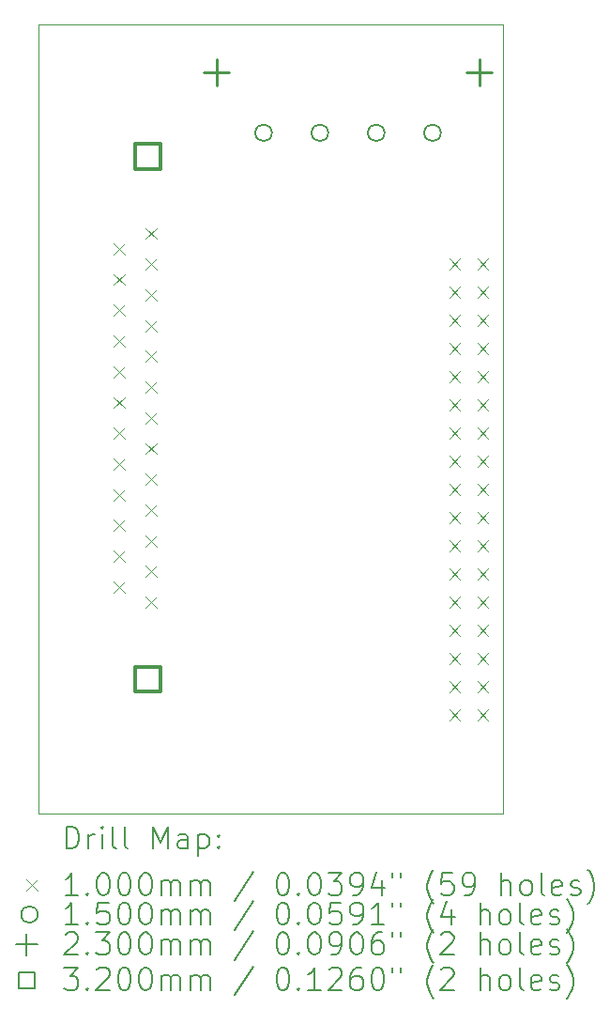
<source format=gbr>
%TF.GenerationSoftware,KiCad,Pcbnew,6.0.7-f9a2dced07~116~ubuntu20.04.1*%
%TF.CreationDate,2023-05-24T09:43:38-07:00*%
%TF.ProjectId,gw-adapters,67772d61-6461-4707-9465-72732e6b6963,rev?*%
%TF.SameCoordinates,Original*%
%TF.FileFunction,Drillmap*%
%TF.FilePolarity,Positive*%
%FSLAX45Y45*%
G04 Gerber Fmt 4.5, Leading zero omitted, Abs format (unit mm)*
G04 Created by KiCad (PCBNEW 6.0.7-f9a2dced07~116~ubuntu20.04.1) date 2023-05-24 09:43:38*
%MOMM*%
%LPD*%
G01*
G04 APERTURE LIST*
%ADD10C,0.100000*%
%ADD11C,0.200000*%
%ADD12C,0.150000*%
%ADD13C,0.230000*%
%ADD14C,0.320000*%
G04 APERTURE END LIST*
D10*
X16383000Y-5588000D02*
X12192000Y-5588000D01*
X12192000Y-5588000D02*
X12192000Y-12700000D01*
X12192000Y-12700000D02*
X16383000Y-12700000D01*
X16383000Y-12700000D02*
X16383000Y-5588000D01*
D11*
D10*
X12874000Y-7559500D02*
X12974000Y-7659500D01*
X12974000Y-7559500D02*
X12874000Y-7659500D01*
X12874000Y-7836500D02*
X12974000Y-7936500D01*
X12974000Y-7836500D02*
X12874000Y-7936500D01*
X12874000Y-8113500D02*
X12974000Y-8213500D01*
X12974000Y-8113500D02*
X12874000Y-8213500D01*
X12874000Y-8390500D02*
X12974000Y-8490500D01*
X12974000Y-8390500D02*
X12874000Y-8490500D01*
X12874000Y-8667500D02*
X12974000Y-8767500D01*
X12974000Y-8667500D02*
X12874000Y-8767500D01*
X12874000Y-8944500D02*
X12974000Y-9044500D01*
X12974000Y-8944500D02*
X12874000Y-9044500D01*
X12874000Y-9221500D02*
X12974000Y-9321500D01*
X12974000Y-9221500D02*
X12874000Y-9321500D01*
X12874000Y-9498500D02*
X12974000Y-9598500D01*
X12974000Y-9498500D02*
X12874000Y-9598500D01*
X12874000Y-9775500D02*
X12974000Y-9875500D01*
X12974000Y-9775500D02*
X12874000Y-9875500D01*
X12874000Y-10052500D02*
X12974000Y-10152500D01*
X12974000Y-10052500D02*
X12874000Y-10152500D01*
X12874000Y-10329500D02*
X12974000Y-10429500D01*
X12974000Y-10329500D02*
X12874000Y-10429500D01*
X12874000Y-10606500D02*
X12974000Y-10706500D01*
X12974000Y-10606500D02*
X12874000Y-10706500D01*
X13158000Y-7421000D02*
X13258000Y-7521000D01*
X13258000Y-7421000D02*
X13158000Y-7521000D01*
X13158000Y-7698000D02*
X13258000Y-7798000D01*
X13258000Y-7698000D02*
X13158000Y-7798000D01*
X13158000Y-7975000D02*
X13258000Y-8075000D01*
X13258000Y-7975000D02*
X13158000Y-8075000D01*
X13158000Y-8252000D02*
X13258000Y-8352000D01*
X13258000Y-8252000D02*
X13158000Y-8352000D01*
X13158000Y-8529000D02*
X13258000Y-8629000D01*
X13258000Y-8529000D02*
X13158000Y-8629000D01*
X13158000Y-8806000D02*
X13258000Y-8906000D01*
X13258000Y-8806000D02*
X13158000Y-8906000D01*
X13158000Y-9083000D02*
X13258000Y-9183000D01*
X13258000Y-9083000D02*
X13158000Y-9183000D01*
X13158000Y-9360000D02*
X13258000Y-9460000D01*
X13258000Y-9360000D02*
X13158000Y-9460000D01*
X13158000Y-9637000D02*
X13258000Y-9737000D01*
X13258000Y-9637000D02*
X13158000Y-9737000D01*
X13158000Y-9914000D02*
X13258000Y-10014000D01*
X13258000Y-9914000D02*
X13158000Y-10014000D01*
X13158000Y-10191000D02*
X13258000Y-10291000D01*
X13258000Y-10191000D02*
X13158000Y-10291000D01*
X13158000Y-10468000D02*
X13258000Y-10568000D01*
X13258000Y-10468000D02*
X13158000Y-10568000D01*
X13158000Y-10745000D02*
X13258000Y-10845000D01*
X13258000Y-10745000D02*
X13158000Y-10845000D01*
X15897500Y-7697000D02*
X15997500Y-7797000D01*
X15997500Y-7697000D02*
X15897500Y-7797000D01*
X15897500Y-7951000D02*
X15997500Y-8051000D01*
X15997500Y-7951000D02*
X15897500Y-8051000D01*
X15897500Y-8205000D02*
X15997500Y-8305000D01*
X15997500Y-8205000D02*
X15897500Y-8305000D01*
X15897500Y-8459000D02*
X15997500Y-8559000D01*
X15997500Y-8459000D02*
X15897500Y-8559000D01*
X15897500Y-8713000D02*
X15997500Y-8813000D01*
X15997500Y-8713000D02*
X15897500Y-8813000D01*
X15897500Y-8967000D02*
X15997500Y-9067000D01*
X15997500Y-8967000D02*
X15897500Y-9067000D01*
X15897500Y-9221000D02*
X15997500Y-9321000D01*
X15997500Y-9221000D02*
X15897500Y-9321000D01*
X15897500Y-9475000D02*
X15997500Y-9575000D01*
X15997500Y-9475000D02*
X15897500Y-9575000D01*
X15897500Y-9729000D02*
X15997500Y-9829000D01*
X15997500Y-9729000D02*
X15897500Y-9829000D01*
X15897500Y-9983000D02*
X15997500Y-10083000D01*
X15997500Y-9983000D02*
X15897500Y-10083000D01*
X15897500Y-10237000D02*
X15997500Y-10337000D01*
X15997500Y-10237000D02*
X15897500Y-10337000D01*
X15897500Y-10491000D02*
X15997500Y-10591000D01*
X15997500Y-10491000D02*
X15897500Y-10591000D01*
X15897500Y-10745000D02*
X15997500Y-10845000D01*
X15997500Y-10745000D02*
X15897500Y-10845000D01*
X15897500Y-10999000D02*
X15997500Y-11099000D01*
X15997500Y-10999000D02*
X15897500Y-11099000D01*
X15897500Y-11253000D02*
X15997500Y-11353000D01*
X15997500Y-11253000D02*
X15897500Y-11353000D01*
X15897500Y-11507000D02*
X15997500Y-11607000D01*
X15997500Y-11507000D02*
X15897500Y-11607000D01*
X15897500Y-11761000D02*
X15997500Y-11861000D01*
X15997500Y-11761000D02*
X15897500Y-11861000D01*
X16151500Y-7697000D02*
X16251500Y-7797000D01*
X16251500Y-7697000D02*
X16151500Y-7797000D01*
X16151500Y-7951000D02*
X16251500Y-8051000D01*
X16251500Y-7951000D02*
X16151500Y-8051000D01*
X16151500Y-8205000D02*
X16251500Y-8305000D01*
X16251500Y-8205000D02*
X16151500Y-8305000D01*
X16151500Y-8459000D02*
X16251500Y-8559000D01*
X16251500Y-8459000D02*
X16151500Y-8559000D01*
X16151500Y-8713000D02*
X16251500Y-8813000D01*
X16251500Y-8713000D02*
X16151500Y-8813000D01*
X16151500Y-8967000D02*
X16251500Y-9067000D01*
X16251500Y-8967000D02*
X16151500Y-9067000D01*
X16151500Y-9221000D02*
X16251500Y-9321000D01*
X16251500Y-9221000D02*
X16151500Y-9321000D01*
X16151500Y-9475000D02*
X16251500Y-9575000D01*
X16251500Y-9475000D02*
X16151500Y-9575000D01*
X16151500Y-9729000D02*
X16251500Y-9829000D01*
X16251500Y-9729000D02*
X16151500Y-9829000D01*
X16151500Y-9983000D02*
X16251500Y-10083000D01*
X16251500Y-9983000D02*
X16151500Y-10083000D01*
X16151500Y-10237000D02*
X16251500Y-10337000D01*
X16251500Y-10237000D02*
X16151500Y-10337000D01*
X16151500Y-10491000D02*
X16251500Y-10591000D01*
X16251500Y-10491000D02*
X16151500Y-10591000D01*
X16151500Y-10745000D02*
X16251500Y-10845000D01*
X16251500Y-10745000D02*
X16151500Y-10845000D01*
X16151500Y-10999000D02*
X16251500Y-11099000D01*
X16251500Y-10999000D02*
X16151500Y-11099000D01*
X16151500Y-11253000D02*
X16251500Y-11353000D01*
X16251500Y-11253000D02*
X16151500Y-11353000D01*
X16151500Y-11507000D02*
X16251500Y-11607000D01*
X16251500Y-11507000D02*
X16151500Y-11607000D01*
X16151500Y-11761000D02*
X16251500Y-11861000D01*
X16251500Y-11761000D02*
X16151500Y-11861000D01*
D12*
X14299000Y-6563500D02*
G75*
G03*
X14299000Y-6563500I-75000J0D01*
G01*
X14807000Y-6563500D02*
G75*
G03*
X14807000Y-6563500I-75000J0D01*
G01*
X15315000Y-6563500D02*
G75*
G03*
X15315000Y-6563500I-75000J0D01*
G01*
X15823000Y-6563500D02*
G75*
G03*
X15823000Y-6563500I-75000J0D01*
G01*
D13*
X13801000Y-5903500D02*
X13801000Y-6133500D01*
X13686000Y-6018500D02*
X13916000Y-6018500D01*
X16171000Y-5903500D02*
X16171000Y-6133500D01*
X16056000Y-6018500D02*
X16286000Y-6018500D01*
D14*
X13291138Y-6891138D02*
X13291138Y-6664862D01*
X13064862Y-6664862D01*
X13064862Y-6891138D01*
X13291138Y-6891138D01*
X13291138Y-11601138D02*
X13291138Y-11374862D01*
X13064862Y-11374862D01*
X13064862Y-11601138D01*
X13291138Y-11601138D01*
D11*
X12444619Y-13015476D02*
X12444619Y-12815476D01*
X12492238Y-12815476D01*
X12520809Y-12825000D01*
X12539857Y-12844048D01*
X12549381Y-12863095D01*
X12558905Y-12901190D01*
X12558905Y-12929762D01*
X12549381Y-12967857D01*
X12539857Y-12986905D01*
X12520809Y-13005952D01*
X12492238Y-13015476D01*
X12444619Y-13015476D01*
X12644619Y-13015476D02*
X12644619Y-12882143D01*
X12644619Y-12920238D02*
X12654143Y-12901190D01*
X12663667Y-12891667D01*
X12682714Y-12882143D01*
X12701762Y-12882143D01*
X12768428Y-13015476D02*
X12768428Y-12882143D01*
X12768428Y-12815476D02*
X12758905Y-12825000D01*
X12768428Y-12834524D01*
X12777952Y-12825000D01*
X12768428Y-12815476D01*
X12768428Y-12834524D01*
X12892238Y-13015476D02*
X12873190Y-13005952D01*
X12863667Y-12986905D01*
X12863667Y-12815476D01*
X12997000Y-13015476D02*
X12977952Y-13005952D01*
X12968428Y-12986905D01*
X12968428Y-12815476D01*
X13225571Y-13015476D02*
X13225571Y-12815476D01*
X13292238Y-12958333D01*
X13358905Y-12815476D01*
X13358905Y-13015476D01*
X13539857Y-13015476D02*
X13539857Y-12910714D01*
X13530333Y-12891667D01*
X13511286Y-12882143D01*
X13473190Y-12882143D01*
X13454143Y-12891667D01*
X13539857Y-13005952D02*
X13520809Y-13015476D01*
X13473190Y-13015476D01*
X13454143Y-13005952D01*
X13444619Y-12986905D01*
X13444619Y-12967857D01*
X13454143Y-12948809D01*
X13473190Y-12939286D01*
X13520809Y-12939286D01*
X13539857Y-12929762D01*
X13635095Y-12882143D02*
X13635095Y-13082143D01*
X13635095Y-12891667D02*
X13654143Y-12882143D01*
X13692238Y-12882143D01*
X13711286Y-12891667D01*
X13720809Y-12901190D01*
X13730333Y-12920238D01*
X13730333Y-12977381D01*
X13720809Y-12996428D01*
X13711286Y-13005952D01*
X13692238Y-13015476D01*
X13654143Y-13015476D01*
X13635095Y-13005952D01*
X13816048Y-12996428D02*
X13825571Y-13005952D01*
X13816048Y-13015476D01*
X13806524Y-13005952D01*
X13816048Y-12996428D01*
X13816048Y-13015476D01*
X13816048Y-12891667D02*
X13825571Y-12901190D01*
X13816048Y-12910714D01*
X13806524Y-12901190D01*
X13816048Y-12891667D01*
X13816048Y-12910714D01*
D10*
X12087000Y-13295000D02*
X12187000Y-13395000D01*
X12187000Y-13295000D02*
X12087000Y-13395000D01*
D11*
X12549381Y-13435476D02*
X12435095Y-13435476D01*
X12492238Y-13435476D02*
X12492238Y-13235476D01*
X12473190Y-13264048D01*
X12454143Y-13283095D01*
X12435095Y-13292619D01*
X12635095Y-13416428D02*
X12644619Y-13425952D01*
X12635095Y-13435476D01*
X12625571Y-13425952D01*
X12635095Y-13416428D01*
X12635095Y-13435476D01*
X12768428Y-13235476D02*
X12787476Y-13235476D01*
X12806524Y-13245000D01*
X12816048Y-13254524D01*
X12825571Y-13273571D01*
X12835095Y-13311667D01*
X12835095Y-13359286D01*
X12825571Y-13397381D01*
X12816048Y-13416428D01*
X12806524Y-13425952D01*
X12787476Y-13435476D01*
X12768428Y-13435476D01*
X12749381Y-13425952D01*
X12739857Y-13416428D01*
X12730333Y-13397381D01*
X12720809Y-13359286D01*
X12720809Y-13311667D01*
X12730333Y-13273571D01*
X12739857Y-13254524D01*
X12749381Y-13245000D01*
X12768428Y-13235476D01*
X12958905Y-13235476D02*
X12977952Y-13235476D01*
X12997000Y-13245000D01*
X13006524Y-13254524D01*
X13016048Y-13273571D01*
X13025571Y-13311667D01*
X13025571Y-13359286D01*
X13016048Y-13397381D01*
X13006524Y-13416428D01*
X12997000Y-13425952D01*
X12977952Y-13435476D01*
X12958905Y-13435476D01*
X12939857Y-13425952D01*
X12930333Y-13416428D01*
X12920809Y-13397381D01*
X12911286Y-13359286D01*
X12911286Y-13311667D01*
X12920809Y-13273571D01*
X12930333Y-13254524D01*
X12939857Y-13245000D01*
X12958905Y-13235476D01*
X13149381Y-13235476D02*
X13168428Y-13235476D01*
X13187476Y-13245000D01*
X13197000Y-13254524D01*
X13206524Y-13273571D01*
X13216048Y-13311667D01*
X13216048Y-13359286D01*
X13206524Y-13397381D01*
X13197000Y-13416428D01*
X13187476Y-13425952D01*
X13168428Y-13435476D01*
X13149381Y-13435476D01*
X13130333Y-13425952D01*
X13120809Y-13416428D01*
X13111286Y-13397381D01*
X13101762Y-13359286D01*
X13101762Y-13311667D01*
X13111286Y-13273571D01*
X13120809Y-13254524D01*
X13130333Y-13245000D01*
X13149381Y-13235476D01*
X13301762Y-13435476D02*
X13301762Y-13302143D01*
X13301762Y-13321190D02*
X13311286Y-13311667D01*
X13330333Y-13302143D01*
X13358905Y-13302143D01*
X13377952Y-13311667D01*
X13387476Y-13330714D01*
X13387476Y-13435476D01*
X13387476Y-13330714D02*
X13397000Y-13311667D01*
X13416048Y-13302143D01*
X13444619Y-13302143D01*
X13463667Y-13311667D01*
X13473190Y-13330714D01*
X13473190Y-13435476D01*
X13568428Y-13435476D02*
X13568428Y-13302143D01*
X13568428Y-13321190D02*
X13577952Y-13311667D01*
X13597000Y-13302143D01*
X13625571Y-13302143D01*
X13644619Y-13311667D01*
X13654143Y-13330714D01*
X13654143Y-13435476D01*
X13654143Y-13330714D02*
X13663667Y-13311667D01*
X13682714Y-13302143D01*
X13711286Y-13302143D01*
X13730333Y-13311667D01*
X13739857Y-13330714D01*
X13739857Y-13435476D01*
X14130333Y-13225952D02*
X13958905Y-13483095D01*
X14387476Y-13235476D02*
X14406524Y-13235476D01*
X14425571Y-13245000D01*
X14435095Y-13254524D01*
X14444619Y-13273571D01*
X14454143Y-13311667D01*
X14454143Y-13359286D01*
X14444619Y-13397381D01*
X14435095Y-13416428D01*
X14425571Y-13425952D01*
X14406524Y-13435476D01*
X14387476Y-13435476D01*
X14368428Y-13425952D01*
X14358905Y-13416428D01*
X14349381Y-13397381D01*
X14339857Y-13359286D01*
X14339857Y-13311667D01*
X14349381Y-13273571D01*
X14358905Y-13254524D01*
X14368428Y-13245000D01*
X14387476Y-13235476D01*
X14539857Y-13416428D02*
X14549381Y-13425952D01*
X14539857Y-13435476D01*
X14530333Y-13425952D01*
X14539857Y-13416428D01*
X14539857Y-13435476D01*
X14673190Y-13235476D02*
X14692238Y-13235476D01*
X14711286Y-13245000D01*
X14720809Y-13254524D01*
X14730333Y-13273571D01*
X14739857Y-13311667D01*
X14739857Y-13359286D01*
X14730333Y-13397381D01*
X14720809Y-13416428D01*
X14711286Y-13425952D01*
X14692238Y-13435476D01*
X14673190Y-13435476D01*
X14654143Y-13425952D01*
X14644619Y-13416428D01*
X14635095Y-13397381D01*
X14625571Y-13359286D01*
X14625571Y-13311667D01*
X14635095Y-13273571D01*
X14644619Y-13254524D01*
X14654143Y-13245000D01*
X14673190Y-13235476D01*
X14806524Y-13235476D02*
X14930333Y-13235476D01*
X14863667Y-13311667D01*
X14892238Y-13311667D01*
X14911286Y-13321190D01*
X14920809Y-13330714D01*
X14930333Y-13349762D01*
X14930333Y-13397381D01*
X14920809Y-13416428D01*
X14911286Y-13425952D01*
X14892238Y-13435476D01*
X14835095Y-13435476D01*
X14816048Y-13425952D01*
X14806524Y-13416428D01*
X15025571Y-13435476D02*
X15063667Y-13435476D01*
X15082714Y-13425952D01*
X15092238Y-13416428D01*
X15111286Y-13387857D01*
X15120809Y-13349762D01*
X15120809Y-13273571D01*
X15111286Y-13254524D01*
X15101762Y-13245000D01*
X15082714Y-13235476D01*
X15044619Y-13235476D01*
X15025571Y-13245000D01*
X15016048Y-13254524D01*
X15006524Y-13273571D01*
X15006524Y-13321190D01*
X15016048Y-13340238D01*
X15025571Y-13349762D01*
X15044619Y-13359286D01*
X15082714Y-13359286D01*
X15101762Y-13349762D01*
X15111286Y-13340238D01*
X15120809Y-13321190D01*
X15292238Y-13302143D02*
X15292238Y-13435476D01*
X15244619Y-13225952D02*
X15197000Y-13368809D01*
X15320809Y-13368809D01*
X15387476Y-13235476D02*
X15387476Y-13273571D01*
X15463667Y-13235476D02*
X15463667Y-13273571D01*
X15758905Y-13511667D02*
X15749381Y-13502143D01*
X15730333Y-13473571D01*
X15720809Y-13454524D01*
X15711286Y-13425952D01*
X15701762Y-13378333D01*
X15701762Y-13340238D01*
X15711286Y-13292619D01*
X15720809Y-13264048D01*
X15730333Y-13245000D01*
X15749381Y-13216428D01*
X15758905Y-13206905D01*
X15930333Y-13235476D02*
X15835095Y-13235476D01*
X15825571Y-13330714D01*
X15835095Y-13321190D01*
X15854143Y-13311667D01*
X15901762Y-13311667D01*
X15920809Y-13321190D01*
X15930333Y-13330714D01*
X15939857Y-13349762D01*
X15939857Y-13397381D01*
X15930333Y-13416428D01*
X15920809Y-13425952D01*
X15901762Y-13435476D01*
X15854143Y-13435476D01*
X15835095Y-13425952D01*
X15825571Y-13416428D01*
X16035095Y-13435476D02*
X16073190Y-13435476D01*
X16092238Y-13425952D01*
X16101762Y-13416428D01*
X16120809Y-13387857D01*
X16130333Y-13349762D01*
X16130333Y-13273571D01*
X16120809Y-13254524D01*
X16111286Y-13245000D01*
X16092238Y-13235476D01*
X16054143Y-13235476D01*
X16035095Y-13245000D01*
X16025571Y-13254524D01*
X16016048Y-13273571D01*
X16016048Y-13321190D01*
X16025571Y-13340238D01*
X16035095Y-13349762D01*
X16054143Y-13359286D01*
X16092238Y-13359286D01*
X16111286Y-13349762D01*
X16120809Y-13340238D01*
X16130333Y-13321190D01*
X16368428Y-13435476D02*
X16368428Y-13235476D01*
X16454143Y-13435476D02*
X16454143Y-13330714D01*
X16444619Y-13311667D01*
X16425571Y-13302143D01*
X16397000Y-13302143D01*
X16377952Y-13311667D01*
X16368428Y-13321190D01*
X16577952Y-13435476D02*
X16558905Y-13425952D01*
X16549381Y-13416428D01*
X16539857Y-13397381D01*
X16539857Y-13340238D01*
X16549381Y-13321190D01*
X16558905Y-13311667D01*
X16577952Y-13302143D01*
X16606524Y-13302143D01*
X16625571Y-13311667D01*
X16635095Y-13321190D01*
X16644619Y-13340238D01*
X16644619Y-13397381D01*
X16635095Y-13416428D01*
X16625571Y-13425952D01*
X16606524Y-13435476D01*
X16577952Y-13435476D01*
X16758905Y-13435476D02*
X16739857Y-13425952D01*
X16730333Y-13406905D01*
X16730333Y-13235476D01*
X16911286Y-13425952D02*
X16892238Y-13435476D01*
X16854143Y-13435476D01*
X16835095Y-13425952D01*
X16825571Y-13406905D01*
X16825571Y-13330714D01*
X16835095Y-13311667D01*
X16854143Y-13302143D01*
X16892238Y-13302143D01*
X16911286Y-13311667D01*
X16920810Y-13330714D01*
X16920810Y-13349762D01*
X16825571Y-13368809D01*
X16997000Y-13425952D02*
X17016048Y-13435476D01*
X17054143Y-13435476D01*
X17073190Y-13425952D01*
X17082714Y-13406905D01*
X17082714Y-13397381D01*
X17073190Y-13378333D01*
X17054143Y-13368809D01*
X17025571Y-13368809D01*
X17006524Y-13359286D01*
X16997000Y-13340238D01*
X16997000Y-13330714D01*
X17006524Y-13311667D01*
X17025571Y-13302143D01*
X17054143Y-13302143D01*
X17073190Y-13311667D01*
X17149381Y-13511667D02*
X17158905Y-13502143D01*
X17177952Y-13473571D01*
X17187476Y-13454524D01*
X17197000Y-13425952D01*
X17206524Y-13378333D01*
X17206524Y-13340238D01*
X17197000Y-13292619D01*
X17187476Y-13264048D01*
X17177952Y-13245000D01*
X17158905Y-13216428D01*
X17149381Y-13206905D01*
D12*
X12187000Y-13609000D02*
G75*
G03*
X12187000Y-13609000I-75000J0D01*
G01*
D11*
X12549381Y-13699476D02*
X12435095Y-13699476D01*
X12492238Y-13699476D02*
X12492238Y-13499476D01*
X12473190Y-13528048D01*
X12454143Y-13547095D01*
X12435095Y-13556619D01*
X12635095Y-13680428D02*
X12644619Y-13689952D01*
X12635095Y-13699476D01*
X12625571Y-13689952D01*
X12635095Y-13680428D01*
X12635095Y-13699476D01*
X12825571Y-13499476D02*
X12730333Y-13499476D01*
X12720809Y-13594714D01*
X12730333Y-13585190D01*
X12749381Y-13575667D01*
X12797000Y-13575667D01*
X12816048Y-13585190D01*
X12825571Y-13594714D01*
X12835095Y-13613762D01*
X12835095Y-13661381D01*
X12825571Y-13680428D01*
X12816048Y-13689952D01*
X12797000Y-13699476D01*
X12749381Y-13699476D01*
X12730333Y-13689952D01*
X12720809Y-13680428D01*
X12958905Y-13499476D02*
X12977952Y-13499476D01*
X12997000Y-13509000D01*
X13006524Y-13518524D01*
X13016048Y-13537571D01*
X13025571Y-13575667D01*
X13025571Y-13623286D01*
X13016048Y-13661381D01*
X13006524Y-13680428D01*
X12997000Y-13689952D01*
X12977952Y-13699476D01*
X12958905Y-13699476D01*
X12939857Y-13689952D01*
X12930333Y-13680428D01*
X12920809Y-13661381D01*
X12911286Y-13623286D01*
X12911286Y-13575667D01*
X12920809Y-13537571D01*
X12930333Y-13518524D01*
X12939857Y-13509000D01*
X12958905Y-13499476D01*
X13149381Y-13499476D02*
X13168428Y-13499476D01*
X13187476Y-13509000D01*
X13197000Y-13518524D01*
X13206524Y-13537571D01*
X13216048Y-13575667D01*
X13216048Y-13623286D01*
X13206524Y-13661381D01*
X13197000Y-13680428D01*
X13187476Y-13689952D01*
X13168428Y-13699476D01*
X13149381Y-13699476D01*
X13130333Y-13689952D01*
X13120809Y-13680428D01*
X13111286Y-13661381D01*
X13101762Y-13623286D01*
X13101762Y-13575667D01*
X13111286Y-13537571D01*
X13120809Y-13518524D01*
X13130333Y-13509000D01*
X13149381Y-13499476D01*
X13301762Y-13699476D02*
X13301762Y-13566143D01*
X13301762Y-13585190D02*
X13311286Y-13575667D01*
X13330333Y-13566143D01*
X13358905Y-13566143D01*
X13377952Y-13575667D01*
X13387476Y-13594714D01*
X13387476Y-13699476D01*
X13387476Y-13594714D02*
X13397000Y-13575667D01*
X13416048Y-13566143D01*
X13444619Y-13566143D01*
X13463667Y-13575667D01*
X13473190Y-13594714D01*
X13473190Y-13699476D01*
X13568428Y-13699476D02*
X13568428Y-13566143D01*
X13568428Y-13585190D02*
X13577952Y-13575667D01*
X13597000Y-13566143D01*
X13625571Y-13566143D01*
X13644619Y-13575667D01*
X13654143Y-13594714D01*
X13654143Y-13699476D01*
X13654143Y-13594714D02*
X13663667Y-13575667D01*
X13682714Y-13566143D01*
X13711286Y-13566143D01*
X13730333Y-13575667D01*
X13739857Y-13594714D01*
X13739857Y-13699476D01*
X14130333Y-13489952D02*
X13958905Y-13747095D01*
X14387476Y-13499476D02*
X14406524Y-13499476D01*
X14425571Y-13509000D01*
X14435095Y-13518524D01*
X14444619Y-13537571D01*
X14454143Y-13575667D01*
X14454143Y-13623286D01*
X14444619Y-13661381D01*
X14435095Y-13680428D01*
X14425571Y-13689952D01*
X14406524Y-13699476D01*
X14387476Y-13699476D01*
X14368428Y-13689952D01*
X14358905Y-13680428D01*
X14349381Y-13661381D01*
X14339857Y-13623286D01*
X14339857Y-13575667D01*
X14349381Y-13537571D01*
X14358905Y-13518524D01*
X14368428Y-13509000D01*
X14387476Y-13499476D01*
X14539857Y-13680428D02*
X14549381Y-13689952D01*
X14539857Y-13699476D01*
X14530333Y-13689952D01*
X14539857Y-13680428D01*
X14539857Y-13699476D01*
X14673190Y-13499476D02*
X14692238Y-13499476D01*
X14711286Y-13509000D01*
X14720809Y-13518524D01*
X14730333Y-13537571D01*
X14739857Y-13575667D01*
X14739857Y-13623286D01*
X14730333Y-13661381D01*
X14720809Y-13680428D01*
X14711286Y-13689952D01*
X14692238Y-13699476D01*
X14673190Y-13699476D01*
X14654143Y-13689952D01*
X14644619Y-13680428D01*
X14635095Y-13661381D01*
X14625571Y-13623286D01*
X14625571Y-13575667D01*
X14635095Y-13537571D01*
X14644619Y-13518524D01*
X14654143Y-13509000D01*
X14673190Y-13499476D01*
X14920809Y-13499476D02*
X14825571Y-13499476D01*
X14816048Y-13594714D01*
X14825571Y-13585190D01*
X14844619Y-13575667D01*
X14892238Y-13575667D01*
X14911286Y-13585190D01*
X14920809Y-13594714D01*
X14930333Y-13613762D01*
X14930333Y-13661381D01*
X14920809Y-13680428D01*
X14911286Y-13689952D01*
X14892238Y-13699476D01*
X14844619Y-13699476D01*
X14825571Y-13689952D01*
X14816048Y-13680428D01*
X15025571Y-13699476D02*
X15063667Y-13699476D01*
X15082714Y-13689952D01*
X15092238Y-13680428D01*
X15111286Y-13651857D01*
X15120809Y-13613762D01*
X15120809Y-13537571D01*
X15111286Y-13518524D01*
X15101762Y-13509000D01*
X15082714Y-13499476D01*
X15044619Y-13499476D01*
X15025571Y-13509000D01*
X15016048Y-13518524D01*
X15006524Y-13537571D01*
X15006524Y-13585190D01*
X15016048Y-13604238D01*
X15025571Y-13613762D01*
X15044619Y-13623286D01*
X15082714Y-13623286D01*
X15101762Y-13613762D01*
X15111286Y-13604238D01*
X15120809Y-13585190D01*
X15311286Y-13699476D02*
X15197000Y-13699476D01*
X15254143Y-13699476D02*
X15254143Y-13499476D01*
X15235095Y-13528048D01*
X15216048Y-13547095D01*
X15197000Y-13556619D01*
X15387476Y-13499476D02*
X15387476Y-13537571D01*
X15463667Y-13499476D02*
X15463667Y-13537571D01*
X15758905Y-13775667D02*
X15749381Y-13766143D01*
X15730333Y-13737571D01*
X15720809Y-13718524D01*
X15711286Y-13689952D01*
X15701762Y-13642333D01*
X15701762Y-13604238D01*
X15711286Y-13556619D01*
X15720809Y-13528048D01*
X15730333Y-13509000D01*
X15749381Y-13480428D01*
X15758905Y-13470905D01*
X15920809Y-13566143D02*
X15920809Y-13699476D01*
X15873190Y-13489952D02*
X15825571Y-13632809D01*
X15949381Y-13632809D01*
X16177952Y-13699476D02*
X16177952Y-13499476D01*
X16263667Y-13699476D02*
X16263667Y-13594714D01*
X16254143Y-13575667D01*
X16235095Y-13566143D01*
X16206524Y-13566143D01*
X16187476Y-13575667D01*
X16177952Y-13585190D01*
X16387476Y-13699476D02*
X16368428Y-13689952D01*
X16358905Y-13680428D01*
X16349381Y-13661381D01*
X16349381Y-13604238D01*
X16358905Y-13585190D01*
X16368428Y-13575667D01*
X16387476Y-13566143D01*
X16416048Y-13566143D01*
X16435095Y-13575667D01*
X16444619Y-13585190D01*
X16454143Y-13604238D01*
X16454143Y-13661381D01*
X16444619Y-13680428D01*
X16435095Y-13689952D01*
X16416048Y-13699476D01*
X16387476Y-13699476D01*
X16568428Y-13699476D02*
X16549381Y-13689952D01*
X16539857Y-13670905D01*
X16539857Y-13499476D01*
X16720809Y-13689952D02*
X16701762Y-13699476D01*
X16663667Y-13699476D01*
X16644619Y-13689952D01*
X16635095Y-13670905D01*
X16635095Y-13594714D01*
X16644619Y-13575667D01*
X16663667Y-13566143D01*
X16701762Y-13566143D01*
X16720809Y-13575667D01*
X16730333Y-13594714D01*
X16730333Y-13613762D01*
X16635095Y-13632809D01*
X16806524Y-13689952D02*
X16825571Y-13699476D01*
X16863667Y-13699476D01*
X16882714Y-13689952D01*
X16892238Y-13670905D01*
X16892238Y-13661381D01*
X16882714Y-13642333D01*
X16863667Y-13632809D01*
X16835095Y-13632809D01*
X16816048Y-13623286D01*
X16806524Y-13604238D01*
X16806524Y-13594714D01*
X16816048Y-13575667D01*
X16835095Y-13566143D01*
X16863667Y-13566143D01*
X16882714Y-13575667D01*
X16958905Y-13775667D02*
X16968429Y-13766143D01*
X16987476Y-13737571D01*
X16997000Y-13718524D01*
X17006524Y-13689952D01*
X17016048Y-13642333D01*
X17016048Y-13604238D01*
X17006524Y-13556619D01*
X16997000Y-13528048D01*
X16987476Y-13509000D01*
X16968429Y-13480428D01*
X16958905Y-13470905D01*
X12087000Y-13779000D02*
X12087000Y-13979000D01*
X11987000Y-13879000D02*
X12187000Y-13879000D01*
X12435095Y-13788524D02*
X12444619Y-13779000D01*
X12463667Y-13769476D01*
X12511286Y-13769476D01*
X12530333Y-13779000D01*
X12539857Y-13788524D01*
X12549381Y-13807571D01*
X12549381Y-13826619D01*
X12539857Y-13855190D01*
X12425571Y-13969476D01*
X12549381Y-13969476D01*
X12635095Y-13950428D02*
X12644619Y-13959952D01*
X12635095Y-13969476D01*
X12625571Y-13959952D01*
X12635095Y-13950428D01*
X12635095Y-13969476D01*
X12711286Y-13769476D02*
X12835095Y-13769476D01*
X12768428Y-13845667D01*
X12797000Y-13845667D01*
X12816048Y-13855190D01*
X12825571Y-13864714D01*
X12835095Y-13883762D01*
X12835095Y-13931381D01*
X12825571Y-13950428D01*
X12816048Y-13959952D01*
X12797000Y-13969476D01*
X12739857Y-13969476D01*
X12720809Y-13959952D01*
X12711286Y-13950428D01*
X12958905Y-13769476D02*
X12977952Y-13769476D01*
X12997000Y-13779000D01*
X13006524Y-13788524D01*
X13016048Y-13807571D01*
X13025571Y-13845667D01*
X13025571Y-13893286D01*
X13016048Y-13931381D01*
X13006524Y-13950428D01*
X12997000Y-13959952D01*
X12977952Y-13969476D01*
X12958905Y-13969476D01*
X12939857Y-13959952D01*
X12930333Y-13950428D01*
X12920809Y-13931381D01*
X12911286Y-13893286D01*
X12911286Y-13845667D01*
X12920809Y-13807571D01*
X12930333Y-13788524D01*
X12939857Y-13779000D01*
X12958905Y-13769476D01*
X13149381Y-13769476D02*
X13168428Y-13769476D01*
X13187476Y-13779000D01*
X13197000Y-13788524D01*
X13206524Y-13807571D01*
X13216048Y-13845667D01*
X13216048Y-13893286D01*
X13206524Y-13931381D01*
X13197000Y-13950428D01*
X13187476Y-13959952D01*
X13168428Y-13969476D01*
X13149381Y-13969476D01*
X13130333Y-13959952D01*
X13120809Y-13950428D01*
X13111286Y-13931381D01*
X13101762Y-13893286D01*
X13101762Y-13845667D01*
X13111286Y-13807571D01*
X13120809Y-13788524D01*
X13130333Y-13779000D01*
X13149381Y-13769476D01*
X13301762Y-13969476D02*
X13301762Y-13836143D01*
X13301762Y-13855190D02*
X13311286Y-13845667D01*
X13330333Y-13836143D01*
X13358905Y-13836143D01*
X13377952Y-13845667D01*
X13387476Y-13864714D01*
X13387476Y-13969476D01*
X13387476Y-13864714D02*
X13397000Y-13845667D01*
X13416048Y-13836143D01*
X13444619Y-13836143D01*
X13463667Y-13845667D01*
X13473190Y-13864714D01*
X13473190Y-13969476D01*
X13568428Y-13969476D02*
X13568428Y-13836143D01*
X13568428Y-13855190D02*
X13577952Y-13845667D01*
X13597000Y-13836143D01*
X13625571Y-13836143D01*
X13644619Y-13845667D01*
X13654143Y-13864714D01*
X13654143Y-13969476D01*
X13654143Y-13864714D02*
X13663667Y-13845667D01*
X13682714Y-13836143D01*
X13711286Y-13836143D01*
X13730333Y-13845667D01*
X13739857Y-13864714D01*
X13739857Y-13969476D01*
X14130333Y-13759952D02*
X13958905Y-14017095D01*
X14387476Y-13769476D02*
X14406524Y-13769476D01*
X14425571Y-13779000D01*
X14435095Y-13788524D01*
X14444619Y-13807571D01*
X14454143Y-13845667D01*
X14454143Y-13893286D01*
X14444619Y-13931381D01*
X14435095Y-13950428D01*
X14425571Y-13959952D01*
X14406524Y-13969476D01*
X14387476Y-13969476D01*
X14368428Y-13959952D01*
X14358905Y-13950428D01*
X14349381Y-13931381D01*
X14339857Y-13893286D01*
X14339857Y-13845667D01*
X14349381Y-13807571D01*
X14358905Y-13788524D01*
X14368428Y-13779000D01*
X14387476Y-13769476D01*
X14539857Y-13950428D02*
X14549381Y-13959952D01*
X14539857Y-13969476D01*
X14530333Y-13959952D01*
X14539857Y-13950428D01*
X14539857Y-13969476D01*
X14673190Y-13769476D02*
X14692238Y-13769476D01*
X14711286Y-13779000D01*
X14720809Y-13788524D01*
X14730333Y-13807571D01*
X14739857Y-13845667D01*
X14739857Y-13893286D01*
X14730333Y-13931381D01*
X14720809Y-13950428D01*
X14711286Y-13959952D01*
X14692238Y-13969476D01*
X14673190Y-13969476D01*
X14654143Y-13959952D01*
X14644619Y-13950428D01*
X14635095Y-13931381D01*
X14625571Y-13893286D01*
X14625571Y-13845667D01*
X14635095Y-13807571D01*
X14644619Y-13788524D01*
X14654143Y-13779000D01*
X14673190Y-13769476D01*
X14835095Y-13969476D02*
X14873190Y-13969476D01*
X14892238Y-13959952D01*
X14901762Y-13950428D01*
X14920809Y-13921857D01*
X14930333Y-13883762D01*
X14930333Y-13807571D01*
X14920809Y-13788524D01*
X14911286Y-13779000D01*
X14892238Y-13769476D01*
X14854143Y-13769476D01*
X14835095Y-13779000D01*
X14825571Y-13788524D01*
X14816048Y-13807571D01*
X14816048Y-13855190D01*
X14825571Y-13874238D01*
X14835095Y-13883762D01*
X14854143Y-13893286D01*
X14892238Y-13893286D01*
X14911286Y-13883762D01*
X14920809Y-13874238D01*
X14930333Y-13855190D01*
X15054143Y-13769476D02*
X15073190Y-13769476D01*
X15092238Y-13779000D01*
X15101762Y-13788524D01*
X15111286Y-13807571D01*
X15120809Y-13845667D01*
X15120809Y-13893286D01*
X15111286Y-13931381D01*
X15101762Y-13950428D01*
X15092238Y-13959952D01*
X15073190Y-13969476D01*
X15054143Y-13969476D01*
X15035095Y-13959952D01*
X15025571Y-13950428D01*
X15016048Y-13931381D01*
X15006524Y-13893286D01*
X15006524Y-13845667D01*
X15016048Y-13807571D01*
X15025571Y-13788524D01*
X15035095Y-13779000D01*
X15054143Y-13769476D01*
X15292238Y-13769476D02*
X15254143Y-13769476D01*
X15235095Y-13779000D01*
X15225571Y-13788524D01*
X15206524Y-13817095D01*
X15197000Y-13855190D01*
X15197000Y-13931381D01*
X15206524Y-13950428D01*
X15216048Y-13959952D01*
X15235095Y-13969476D01*
X15273190Y-13969476D01*
X15292238Y-13959952D01*
X15301762Y-13950428D01*
X15311286Y-13931381D01*
X15311286Y-13883762D01*
X15301762Y-13864714D01*
X15292238Y-13855190D01*
X15273190Y-13845667D01*
X15235095Y-13845667D01*
X15216048Y-13855190D01*
X15206524Y-13864714D01*
X15197000Y-13883762D01*
X15387476Y-13769476D02*
X15387476Y-13807571D01*
X15463667Y-13769476D02*
X15463667Y-13807571D01*
X15758905Y-14045667D02*
X15749381Y-14036143D01*
X15730333Y-14007571D01*
X15720809Y-13988524D01*
X15711286Y-13959952D01*
X15701762Y-13912333D01*
X15701762Y-13874238D01*
X15711286Y-13826619D01*
X15720809Y-13798048D01*
X15730333Y-13779000D01*
X15749381Y-13750428D01*
X15758905Y-13740905D01*
X15825571Y-13788524D02*
X15835095Y-13779000D01*
X15854143Y-13769476D01*
X15901762Y-13769476D01*
X15920809Y-13779000D01*
X15930333Y-13788524D01*
X15939857Y-13807571D01*
X15939857Y-13826619D01*
X15930333Y-13855190D01*
X15816048Y-13969476D01*
X15939857Y-13969476D01*
X16177952Y-13969476D02*
X16177952Y-13769476D01*
X16263667Y-13969476D02*
X16263667Y-13864714D01*
X16254143Y-13845667D01*
X16235095Y-13836143D01*
X16206524Y-13836143D01*
X16187476Y-13845667D01*
X16177952Y-13855190D01*
X16387476Y-13969476D02*
X16368428Y-13959952D01*
X16358905Y-13950428D01*
X16349381Y-13931381D01*
X16349381Y-13874238D01*
X16358905Y-13855190D01*
X16368428Y-13845667D01*
X16387476Y-13836143D01*
X16416048Y-13836143D01*
X16435095Y-13845667D01*
X16444619Y-13855190D01*
X16454143Y-13874238D01*
X16454143Y-13931381D01*
X16444619Y-13950428D01*
X16435095Y-13959952D01*
X16416048Y-13969476D01*
X16387476Y-13969476D01*
X16568428Y-13969476D02*
X16549381Y-13959952D01*
X16539857Y-13940905D01*
X16539857Y-13769476D01*
X16720809Y-13959952D02*
X16701762Y-13969476D01*
X16663667Y-13969476D01*
X16644619Y-13959952D01*
X16635095Y-13940905D01*
X16635095Y-13864714D01*
X16644619Y-13845667D01*
X16663667Y-13836143D01*
X16701762Y-13836143D01*
X16720809Y-13845667D01*
X16730333Y-13864714D01*
X16730333Y-13883762D01*
X16635095Y-13902809D01*
X16806524Y-13959952D02*
X16825571Y-13969476D01*
X16863667Y-13969476D01*
X16882714Y-13959952D01*
X16892238Y-13940905D01*
X16892238Y-13931381D01*
X16882714Y-13912333D01*
X16863667Y-13902809D01*
X16835095Y-13902809D01*
X16816048Y-13893286D01*
X16806524Y-13874238D01*
X16806524Y-13864714D01*
X16816048Y-13845667D01*
X16835095Y-13836143D01*
X16863667Y-13836143D01*
X16882714Y-13845667D01*
X16958905Y-14045667D02*
X16968429Y-14036143D01*
X16987476Y-14007571D01*
X16997000Y-13988524D01*
X17006524Y-13959952D01*
X17016048Y-13912333D01*
X17016048Y-13874238D01*
X17006524Y-13826619D01*
X16997000Y-13798048D01*
X16987476Y-13779000D01*
X16968429Y-13750428D01*
X16958905Y-13740905D01*
X12157711Y-14269711D02*
X12157711Y-14128289D01*
X12016289Y-14128289D01*
X12016289Y-14269711D01*
X12157711Y-14269711D01*
X12425571Y-14089476D02*
X12549381Y-14089476D01*
X12482714Y-14165667D01*
X12511286Y-14165667D01*
X12530333Y-14175190D01*
X12539857Y-14184714D01*
X12549381Y-14203762D01*
X12549381Y-14251381D01*
X12539857Y-14270428D01*
X12530333Y-14279952D01*
X12511286Y-14289476D01*
X12454143Y-14289476D01*
X12435095Y-14279952D01*
X12425571Y-14270428D01*
X12635095Y-14270428D02*
X12644619Y-14279952D01*
X12635095Y-14289476D01*
X12625571Y-14279952D01*
X12635095Y-14270428D01*
X12635095Y-14289476D01*
X12720809Y-14108524D02*
X12730333Y-14099000D01*
X12749381Y-14089476D01*
X12797000Y-14089476D01*
X12816048Y-14099000D01*
X12825571Y-14108524D01*
X12835095Y-14127571D01*
X12835095Y-14146619D01*
X12825571Y-14175190D01*
X12711286Y-14289476D01*
X12835095Y-14289476D01*
X12958905Y-14089476D02*
X12977952Y-14089476D01*
X12997000Y-14099000D01*
X13006524Y-14108524D01*
X13016048Y-14127571D01*
X13025571Y-14165667D01*
X13025571Y-14213286D01*
X13016048Y-14251381D01*
X13006524Y-14270428D01*
X12997000Y-14279952D01*
X12977952Y-14289476D01*
X12958905Y-14289476D01*
X12939857Y-14279952D01*
X12930333Y-14270428D01*
X12920809Y-14251381D01*
X12911286Y-14213286D01*
X12911286Y-14165667D01*
X12920809Y-14127571D01*
X12930333Y-14108524D01*
X12939857Y-14099000D01*
X12958905Y-14089476D01*
X13149381Y-14089476D02*
X13168428Y-14089476D01*
X13187476Y-14099000D01*
X13197000Y-14108524D01*
X13206524Y-14127571D01*
X13216048Y-14165667D01*
X13216048Y-14213286D01*
X13206524Y-14251381D01*
X13197000Y-14270428D01*
X13187476Y-14279952D01*
X13168428Y-14289476D01*
X13149381Y-14289476D01*
X13130333Y-14279952D01*
X13120809Y-14270428D01*
X13111286Y-14251381D01*
X13101762Y-14213286D01*
X13101762Y-14165667D01*
X13111286Y-14127571D01*
X13120809Y-14108524D01*
X13130333Y-14099000D01*
X13149381Y-14089476D01*
X13301762Y-14289476D02*
X13301762Y-14156143D01*
X13301762Y-14175190D02*
X13311286Y-14165667D01*
X13330333Y-14156143D01*
X13358905Y-14156143D01*
X13377952Y-14165667D01*
X13387476Y-14184714D01*
X13387476Y-14289476D01*
X13387476Y-14184714D02*
X13397000Y-14165667D01*
X13416048Y-14156143D01*
X13444619Y-14156143D01*
X13463667Y-14165667D01*
X13473190Y-14184714D01*
X13473190Y-14289476D01*
X13568428Y-14289476D02*
X13568428Y-14156143D01*
X13568428Y-14175190D02*
X13577952Y-14165667D01*
X13597000Y-14156143D01*
X13625571Y-14156143D01*
X13644619Y-14165667D01*
X13654143Y-14184714D01*
X13654143Y-14289476D01*
X13654143Y-14184714D02*
X13663667Y-14165667D01*
X13682714Y-14156143D01*
X13711286Y-14156143D01*
X13730333Y-14165667D01*
X13739857Y-14184714D01*
X13739857Y-14289476D01*
X14130333Y-14079952D02*
X13958905Y-14337095D01*
X14387476Y-14089476D02*
X14406524Y-14089476D01*
X14425571Y-14099000D01*
X14435095Y-14108524D01*
X14444619Y-14127571D01*
X14454143Y-14165667D01*
X14454143Y-14213286D01*
X14444619Y-14251381D01*
X14435095Y-14270428D01*
X14425571Y-14279952D01*
X14406524Y-14289476D01*
X14387476Y-14289476D01*
X14368428Y-14279952D01*
X14358905Y-14270428D01*
X14349381Y-14251381D01*
X14339857Y-14213286D01*
X14339857Y-14165667D01*
X14349381Y-14127571D01*
X14358905Y-14108524D01*
X14368428Y-14099000D01*
X14387476Y-14089476D01*
X14539857Y-14270428D02*
X14549381Y-14279952D01*
X14539857Y-14289476D01*
X14530333Y-14279952D01*
X14539857Y-14270428D01*
X14539857Y-14289476D01*
X14739857Y-14289476D02*
X14625571Y-14289476D01*
X14682714Y-14289476D02*
X14682714Y-14089476D01*
X14663667Y-14118048D01*
X14644619Y-14137095D01*
X14625571Y-14146619D01*
X14816048Y-14108524D02*
X14825571Y-14099000D01*
X14844619Y-14089476D01*
X14892238Y-14089476D01*
X14911286Y-14099000D01*
X14920809Y-14108524D01*
X14930333Y-14127571D01*
X14930333Y-14146619D01*
X14920809Y-14175190D01*
X14806524Y-14289476D01*
X14930333Y-14289476D01*
X15101762Y-14089476D02*
X15063667Y-14089476D01*
X15044619Y-14099000D01*
X15035095Y-14108524D01*
X15016048Y-14137095D01*
X15006524Y-14175190D01*
X15006524Y-14251381D01*
X15016048Y-14270428D01*
X15025571Y-14279952D01*
X15044619Y-14289476D01*
X15082714Y-14289476D01*
X15101762Y-14279952D01*
X15111286Y-14270428D01*
X15120809Y-14251381D01*
X15120809Y-14203762D01*
X15111286Y-14184714D01*
X15101762Y-14175190D01*
X15082714Y-14165667D01*
X15044619Y-14165667D01*
X15025571Y-14175190D01*
X15016048Y-14184714D01*
X15006524Y-14203762D01*
X15244619Y-14089476D02*
X15263667Y-14089476D01*
X15282714Y-14099000D01*
X15292238Y-14108524D01*
X15301762Y-14127571D01*
X15311286Y-14165667D01*
X15311286Y-14213286D01*
X15301762Y-14251381D01*
X15292238Y-14270428D01*
X15282714Y-14279952D01*
X15263667Y-14289476D01*
X15244619Y-14289476D01*
X15225571Y-14279952D01*
X15216048Y-14270428D01*
X15206524Y-14251381D01*
X15197000Y-14213286D01*
X15197000Y-14165667D01*
X15206524Y-14127571D01*
X15216048Y-14108524D01*
X15225571Y-14099000D01*
X15244619Y-14089476D01*
X15387476Y-14089476D02*
X15387476Y-14127571D01*
X15463667Y-14089476D02*
X15463667Y-14127571D01*
X15758905Y-14365667D02*
X15749381Y-14356143D01*
X15730333Y-14327571D01*
X15720809Y-14308524D01*
X15711286Y-14279952D01*
X15701762Y-14232333D01*
X15701762Y-14194238D01*
X15711286Y-14146619D01*
X15720809Y-14118048D01*
X15730333Y-14099000D01*
X15749381Y-14070428D01*
X15758905Y-14060905D01*
X15825571Y-14108524D02*
X15835095Y-14099000D01*
X15854143Y-14089476D01*
X15901762Y-14089476D01*
X15920809Y-14099000D01*
X15930333Y-14108524D01*
X15939857Y-14127571D01*
X15939857Y-14146619D01*
X15930333Y-14175190D01*
X15816048Y-14289476D01*
X15939857Y-14289476D01*
X16177952Y-14289476D02*
X16177952Y-14089476D01*
X16263667Y-14289476D02*
X16263667Y-14184714D01*
X16254143Y-14165667D01*
X16235095Y-14156143D01*
X16206524Y-14156143D01*
X16187476Y-14165667D01*
X16177952Y-14175190D01*
X16387476Y-14289476D02*
X16368428Y-14279952D01*
X16358905Y-14270428D01*
X16349381Y-14251381D01*
X16349381Y-14194238D01*
X16358905Y-14175190D01*
X16368428Y-14165667D01*
X16387476Y-14156143D01*
X16416048Y-14156143D01*
X16435095Y-14165667D01*
X16444619Y-14175190D01*
X16454143Y-14194238D01*
X16454143Y-14251381D01*
X16444619Y-14270428D01*
X16435095Y-14279952D01*
X16416048Y-14289476D01*
X16387476Y-14289476D01*
X16568428Y-14289476D02*
X16549381Y-14279952D01*
X16539857Y-14260905D01*
X16539857Y-14089476D01*
X16720809Y-14279952D02*
X16701762Y-14289476D01*
X16663667Y-14289476D01*
X16644619Y-14279952D01*
X16635095Y-14260905D01*
X16635095Y-14184714D01*
X16644619Y-14165667D01*
X16663667Y-14156143D01*
X16701762Y-14156143D01*
X16720809Y-14165667D01*
X16730333Y-14184714D01*
X16730333Y-14203762D01*
X16635095Y-14222809D01*
X16806524Y-14279952D02*
X16825571Y-14289476D01*
X16863667Y-14289476D01*
X16882714Y-14279952D01*
X16892238Y-14260905D01*
X16892238Y-14251381D01*
X16882714Y-14232333D01*
X16863667Y-14222809D01*
X16835095Y-14222809D01*
X16816048Y-14213286D01*
X16806524Y-14194238D01*
X16806524Y-14184714D01*
X16816048Y-14165667D01*
X16835095Y-14156143D01*
X16863667Y-14156143D01*
X16882714Y-14165667D01*
X16958905Y-14365667D02*
X16968429Y-14356143D01*
X16987476Y-14327571D01*
X16997000Y-14308524D01*
X17006524Y-14279952D01*
X17016048Y-14232333D01*
X17016048Y-14194238D01*
X17006524Y-14146619D01*
X16997000Y-14118048D01*
X16987476Y-14099000D01*
X16968429Y-14070428D01*
X16958905Y-14060905D01*
M02*

</source>
